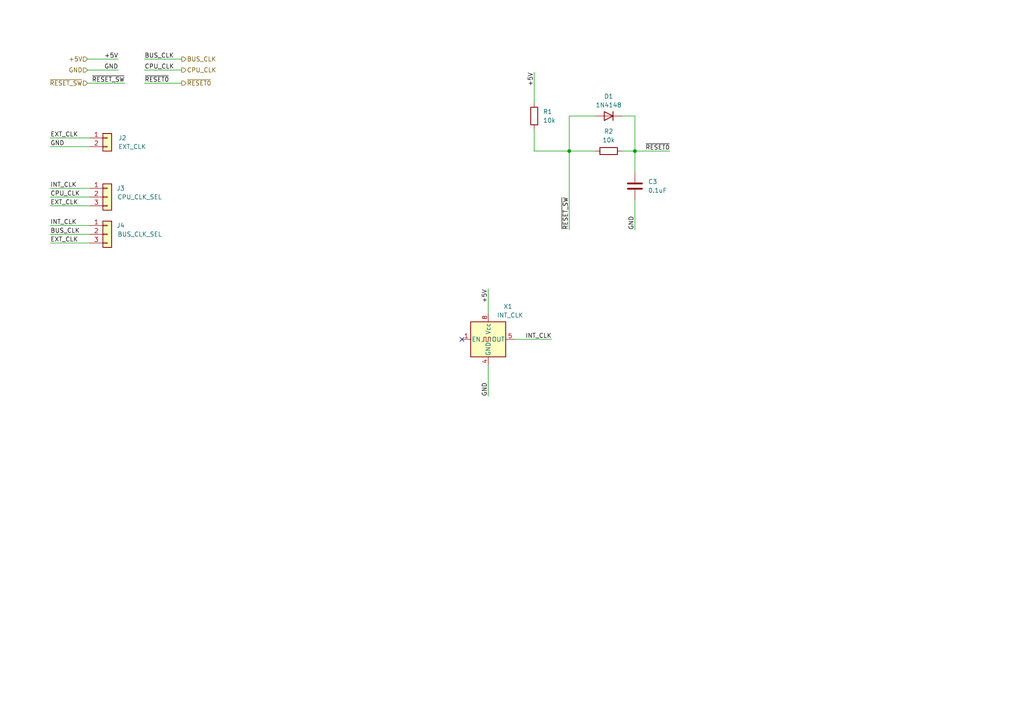
<source format=kicad_sch>
(kicad_sch (version 20230121) (generator eeschema)
  (paper "A4")
  (title_block (title "SZC-1 board with Expansion Bus C V2") (date "2024-01-23") (rev "2.0"))
  (lib_symbols
    (symbol "Connector_Generic:Conn_01x02" (pin_names (offset 1.016) hide)
      (property "Reference" "J" (at 0 2.54 0))
      (property "Value" "Conn_01x02" (at 0 -5.08 0))
      (symbol "Conn_01x02_1_1"
        (rectangle (start -1.27 -2.413) (end 0 -2.667) (stroke (width 0.1524)))
        (rectangle (start -1.27 0.127) (end 0 -0.127) (stroke (width 0.1524)))
        (rectangle (start -1.27 1.27) (end 1.27 -3.81) (stroke (width 0.254)) (fill (type background)))
        (pin passive line (at -5.08 0 0) (length 3.81) (name "Pin_1") (number "1"))
        (pin passive line (at -5.08 -2.54 0) (length 3.81) (name "Pin_2") (number "2"))
      )
    )
    (symbol "Connector_Generic:Conn_01x03" (pin_names (offset 1.016) hide)
      (property "Reference" "J" (at 0 5.08 0))
      (property "Value" "Conn_01x03" (at 0 -5.08 0))
      (symbol "Conn_01x03_1_1"
        (rectangle (start -1.27 -2.413) (end 0 -2.667) (stroke (width 0.1524)))
        (rectangle (start -1.27 0.127) (end 0 -0.127) (stroke (width 0.1524)))
        (rectangle (start -1.27 2.667) (end 0 2.413) (stroke (width 0.1524)))
        (rectangle (start -1.27 3.81) (end 1.27 -3.81) (stroke (width 0.254)) (fill (type background)))
        (pin passive line (at -5.08 2.54 0) (length 3.81) (name "Pin_1") (number "1"))
        (pin passive line (at -5.08 0 0) (length 3.81) (name "Pin_2") (number "2"))
        (pin passive line (at -5.08 -2.54 0) (length 3.81) (name "Pin_3") (number "3"))
      )
    )
    (symbol "Device:C" (pin_numbers hide) (pin_names (offset 0.254))
      (property "Reference" "C" (at 0.635 2.54 0))
      (property "Value" "C" (at 0.635 -2.54 0))
      (symbol "C_0_1"
        (polyline (pts (xy -2.032 -0.762) (xy 2.032 -0.762)) (stroke (width 0.508)))
        (polyline (pts (xy -2.032 0.762) (xy 2.032 0.762)) (stroke (width 0.508)))
      )
      (symbol "C_1_1"
        (pin passive line (at 0 3.81 270) (length 2.794) (name "~") (number "1"))
        (pin passive line (at 0 -3.81 90) (length 2.794) (name "~") (number "2"))
      )
    )
    (symbol "Device:D" (pin_numbers hide) (pin_names (offset 1.016) hide)
      (property "Reference" "D" (at 0 2.54 0))
      (property "Value" "D" (at 0 -2.54 0))
      (symbol "D_0_1"
        (polyline (pts (xy -1.27 1.27) (xy -1.27 -1.27)) (stroke (width 0.254)))
        (polyline (pts (xy 1.27 0) (xy -1.27 0)))
        (polyline (pts (xy 1.27 1.27) (xy 1.27 -1.27) (xy -1.27 0) (xy 1.27 1.27)) (stroke (width 0.254)))
      )
      (symbol "D_1_1"
        (pin passive line (at -3.81 0 0) (length 2.54) (name "K") (number "1"))
        (pin passive line (at 3.81 0 180) (length 2.54) (name "A") (number "2"))
      )
    )
    (symbol "Device:R" (pin_numbers hide) (pin_names (offset 0))
      (property "Reference" "R" (at 2.032 0 90))
      (property "Value" "R" (at 0 0 90))
      (symbol "R_0_1"
        (rectangle (start -1.016 -2.54) (end 1.016 2.54) (stroke (width 0.254)))
      )
      (symbol "R_1_1"
        (pin passive line (at 0 3.81 270) (length 1.27) (name "~") (number "1"))
        (pin passive line (at 0 -3.81 90) (length 1.27) (name "~") (number "2"))
      )
    )
    (symbol "Oscillator:CXO_DIP8" (pin_names (offset 0.254))
      (property "Reference" "X" (at -5.08 6.35 0))
      (property "Value" "CXO_DIP8" (at 1.27 -6.35 0))
      (symbol "CXO_DIP8_0_1"
        (rectangle (start -5.08 5.08) (end 5.08 -5.08) (stroke (width 0.254)) (fill (type background)))
        (polyline (pts (xy -1.905 -0.635) (xy -1.27 -0.635) (xy -1.27 0.635) (xy -0.635 0.635) (xy -0.635 -0.635) (xy 0 -0.635) (xy 0 0.635) (xy 0.635 0.635) (xy 0.635 -0.635)))
      )
      (symbol "CXO_DIP8_1_1"
        (pin input line (at -7.62 0 0) (length 2.54) (name "EN") (number "1"))
        (pin power_in line (at 0 -7.62 90) (length 2.54) (name "GND") (number "4"))
        (pin output line (at 7.62 0 180) (length 2.54) (name "OUT") (number "5"))
        (pin power_in line (at 0 7.62 270) (length 2.54) (name "Vcc") (number "8"))
      )
    )
  )
  (junction (at 165.1 43.815))
  (junction (at 184.15 43.815))
  (no_connect (at 133.985 98.425))
  (wire (pts (xy 34.29 20.32) (xy 25.4 20.32)))
  (wire (pts (xy 184.15 33.655) (xy 184.15 43.815)))
  (wire (pts (xy 180.34 33.655) (xy 184.15 33.655)))
  (wire (pts (xy 165.1 43.815) (xy 154.94 43.815)))
  (wire (pts (xy 41.91 17.145) (xy 52.705 17.145)))
  (wire (pts (xy 149.225 98.425) (xy 160.02 98.425)))
  (wire (pts (xy 184.15 43.815) (xy 194.31 43.815)))
  (wire (pts (xy 154.94 43.815) (xy 154.94 37.465)))
  (wire (pts (xy 34.29 17.145) (xy 25.4 17.145)))
  (wire (pts (xy 165.1 33.655) (xy 165.1 43.815)))
  (wire (pts (xy 26.035 40.005) (xy 14.605 40.005)))
  (wire (pts (xy 26.035 65.405) (xy 14.605 65.405)))
  (wire (pts (xy 184.15 43.815) (xy 184.15 50.165)))
  (wire (pts (xy 14.605 42.545) (xy 26.035 42.545)))
  (wire (pts (xy 25.4 24.13) (xy 36.195 24.13)))
  (wire (pts (xy 172.72 33.655) (xy 165.1 33.655)))
  (wire (pts (xy 180.34 43.815) (xy 184.15 43.815)))
  (wire (pts (xy 26.035 59.69) (xy 14.605 59.69)))
  (wire (pts (xy 41.91 20.32) (xy 52.705 20.32)))
  (wire (pts (xy 26.035 70.485) (xy 14.605 70.485)))
  (wire (pts (xy 165.1 43.815) (xy 165.1 66.675)))
  (wire (pts (xy 26.035 54.61) (xy 14.605 54.61)))
  (wire (pts (xy 141.605 114.935) (xy 141.605 106.045)))
  (wire (pts (xy 41.91 24.13) (xy 52.705 24.13)))
  (wire (pts (xy 141.605 83.82) (xy 141.605 90.805)))
  (wire (pts (xy 184.15 66.675) (xy 184.15 57.785)))
  (wire (pts (xy 26.035 57.15) (xy 14.605 57.15)))
  (wire (pts (xy 172.72 43.815) (xy 165.1 43.815)))
  (wire (pts (xy 154.94 20.955) (xy 154.94 29.845)))
  (wire (pts (xy 26.035 67.945) (xy 14.605 67.945)))
  (label "+5V" (at 141.605 83.82 270))
  (label "CPU_CLK" (at 41.91 20.32 0))
  (label "INT_CLK" (at 14.605 54.61 0))
  (label "GND" (at 34.29 20.32 180))
  (label "EXT_CLK" (at 14.605 40.005 0))
  (label "GND" (at 141.605 114.935 90))
  (label "INT_CLK" (at 160.02 98.425 180))
  (label "+5V" (at 34.29 17.145 180))
  (label "INT_CLK" (at 14.605 65.405 0))
  (label "CPU_CLK" (at 14.605 57.15 0))
  (label "EXT_CLK" (at 14.605 59.69 0))
  (label "GND" (at 14.605 42.545 0))
  (label "~{RESET_SW}" (at 165.1 66.675 90))
  (label "+5V" (at 154.94 20.955 270))
  (label "BUS_CLK" (at 14.605 67.945 0))
  (label "GND" (at 184.15 66.675 90))
  (label "EXT_CLK" (at 14.605 70.485 0))
  (label "~{RESET0}" (at 41.91 24.13 0))
  (label "~{RESET0}" (at 194.31 43.815 180))
  (label "~{RESET_SW}" (at 36.195 24.13 180))
  (label "BUS_CLK" (at 41.91 17.145 0))
  (hierarchical_label "~{RESET0}" (shape output) (at 52.705 24.13 0))
  (hierarchical_label "BUS_CLK" (shape output) (at 52.705 17.145 0))
  (hierarchical_label "~{RESET_SW}" (shape input) (at 25.4 24.13 180))
  (hierarchical_label "GND" (shape input) (at 25.4 20.32 180))
  (hierarchical_label "CPU_CLK" (shape output) (at 52.705 20.32 0))
  (hierarchical_label "+5V" (shape input) (at 25.4 17.145 180))
  (symbol (lib_id "Oscillator:CXO_DIP8") (at 141.605 98.425 0) (unit 1)
    (property "Reference" "X1" (at 147.32 88.9 0))
    (property "Value" "INT_CLK" (at 147.955 91.44 0))
    (property "Footprint" "Package_DIP:DIP-8_W7.62mm_Socket" (effects hide))
    (property "Datasheet" "http://cdn-reichelt.de/documents/datenblatt/B400/OSZI.pdf" (effects hide))
  )
  (symbol (lib_id "Device:R") (at 176.53 43.815 270) (unit 1)
    (property "Reference" "R2" (at 176.53 38.1 90))
    (property "Value" "10k" (at 176.53 40.64 90))
    (property "Footprint" "Resistor_THT:R_Axial_DIN0204_L3.6mm_D1.6mm_P7.62mm_Horizontal" (effects hide))
    (instances (project "clock_reset_board" (path "" (reference "R2") (unit 1))) (project "cpu_board_ext_bus_v2" (path "" (reference "R3") (unit 1))))
  )
  (symbol (lib_id "Device:C") (at 184.15 53.975 0) (unit 1)
    (property "Reference" "C3" (at 187.96 52.705 0) (effects (justify left)))
    (property "Value" "0.1uF" (at 187.96 55.245 0) (effects (justify left)))
    (property "Footprint" "Capacitor_THT:C_Disc_D5.0mm_W2.5mm_P2.50mm" (effects hide))
    (instances (project "clock_reset_board" (path "" (reference "C3") (unit 1))) (project "cpu_board_ext_bus_v2" (path "" (reference "C9") (unit 1))))
  )
  (symbol (lib_id "Connector_Generic:Conn_01x03") (at 31.115 57.15 0) (unit 1)
    (property "Reference" "J3" (at 36.195 54.61 0) (effects (justify right)))
    (property "Value" "CPU_CLK_SEL" (at 46.99 57.15 0) (effects (justify right)))
    (property "Footprint" "Connector_PinHeader_2.54mm:PinHeader_1x03_P2.54mm_Horizontal" (effects hide))
    (instances (project "clock_reset_board" (path "" (reference "J3") (unit 1))) (project "cpu_board_ext_bus_v2" (path "" (reference "J6") (unit 1))))
  )
  (symbol (lib_id "Device:D") (at 176.53 33.655 180) (unit 1)
    (property "Reference" "D1" (at 176.53 27.94 0))
    (property "Value" "1N4148" (at 176.53 30.48 0))
    (property "Footprint" "Diode_THT:D_A-405_P7.62mm_Horizontal" (effects hide))
    (property "Sim.Device" "D" (effects hide))
    (property "Sim.Pins" "1=K 2=A" (effects hide))
    (instances (project "clock_reset_board" (path "" (reference "D1") (unit 1))) (project "cpu_board_ext_bus_v2" (path "" (reference "D2") (unit 1))))
  )
  (symbol (lib_id "Device:R") (at 154.94 33.655 0) (unit 1)
    (property "Reference" "R1" (at 157.48 32.385 0) (effects (justify left)))
    (property "Value" "10k" (at 157.48 34.925 0) (effects (justify left)))
    (property "Footprint" "Resistor_THT:R_Axial_DIN0204_L3.6mm_D1.6mm_P7.62mm_Horizontal" (effects hide))
    (instances (project "clock_reset_board" (path "" (reference "R1") (unit 1))) (project "cpu_board_ext_bus_v2" (path "" (reference "R2") (unit 1))))
  )
  (symbol (lib_id "Connector_Generic:Conn_01x03") (at 31.115 67.945 0) (unit 1)
    (property "Reference" "J4" (at 36.195 65.405 0) (effects (justify right)))
    (property "Value" "BUS_CLK_SEL" (at 46.99 67.945 0) (effects (justify right)))
    (property "Footprint" "Connector_PinHeader_2.54mm:PinHeader_1x03_P2.54mm_Horizontal" (effects hide))
    (instances (project "clock_reset_board" (path "" (reference "J4") (unit 1))) (project "cpu_board_ext_bus_v2" (path "" (reference "J7") (unit 1))))
  )
  (symbol (lib_id "Connector_Generic:Conn_01x02") (at 31.115 40.005 0) (unit 1)
    (property "Reference" "J2" (at 34.29 40.005 0) (effects (justify left)))
    (property "Value" "EXT_CLK" (at 34.29 42.545 0) (effects (justify left)))
    (property "Footprint" "Connector_PinHeader_2.54mm:PinHeader_1x02_P2.54mm_Horizontal" (effects hide))
    (instances (project "clock_reset_board" (path "" (reference "J2") (unit 1))) (project "cpu_board_ext_bus_v2" (path "" (reference "J5") (unit 1))))
  )
)
</source>
